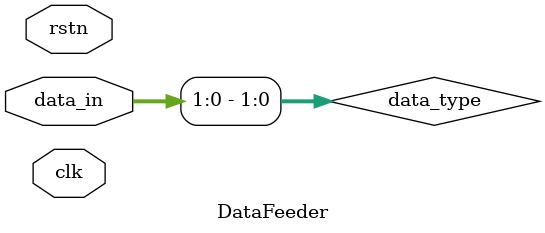
<source format=sv>
`timescale 1ns / 1ps
/*
    
*/
// Dependencies: 
// 
// Revision:
// Revision 0.01 - File Created
// Additional Comments:
// 
//////////////////////////////////////////////////////////////////////////////////

`include "interface.sv"

module DataFeeder#(
    parameter DATA_WIDTH = 16,
    parameter NUM_COL = 7,
    parameter NUM_ROW = 7,
    parameter BUFFER_SIZE = 512,
    parameter DATA_TYPES = 3
)(
    input clk,
    input rstn,
    input [2*DATA_WIDTH+$clog2(NUM_COL)+$clog2(NUM_ROW)+$clog2(DATA_TYPES)+2:0] data_in,
    YBUS_IF.EXTRNL_port YBUS_IF_insts
);
    
    localparam IDEL = 2'b00;
    localparam IFMAP = 2'b01;
    localparam FLTR = 2'b10;
    localparam PSUM = 2'b11;
    
    wire [$clog2(DATA_TYPES)-1:0] data_type;
    assign data_type = data_in[$clog2(DATA_TYPES)-1:0];
    
    
    reg [$clog2(BUFFER_SIZE)-1:0] ifmap_addr;
    reg [$clog2(BUFFER_SIZE)-1:0] fltr_addr;
    reg [$clog2(BUFFER_SIZE)-1:0] psum_addr;

    reg[DATA_WIDTH + $clog2(NUM_COL):0] ifmap_data;
    reg[DATA_WIDTH + $clog2(NUM_COL):0] fltr_data;
    reg[DATA_WIDTH + $clog2(NUM_COL):0] psum_data;

    always_ff@(posedge clk or negedge rstn) begin
        if(~rstn) begin
            ifmap_addr <= 0;
            fltr_addr <= 0;
            psum_addr <= 0;

            ifmap_data <= 0;
            fltr_data <= 0;
            psum_data <= 0;
        end else begin
            ifmap_addr <= ifmap_addr + 1;
            fltr_addr <= fltr_addr + 1;
            psum_addr <= psum_addr + 1;

            ifmap_data <= YBUS_IF_insts.ifmap_data;
            fltr_data <= YBUS_IF_insts.fltr_data;
            psum_data <= YBUS_IF_insts.psum_data;
        end
    end 
    

    assign YBUS_IF_insts.ifmap_data = ifmap_data;
    assign YBUS_IF_insts.fltr_data = fltr_data;
    assign YBUS_IF_insts.psum_data = psum_data;

    assign YBUS_IF_insts.ifmap_addr = ifmap_addr;
    assign YBUS_IF_insts.fltr_addr = fltr_addr;
    assign YBUS_IF_insts.psum_addr = psum_addr;


endmodule
</source>
